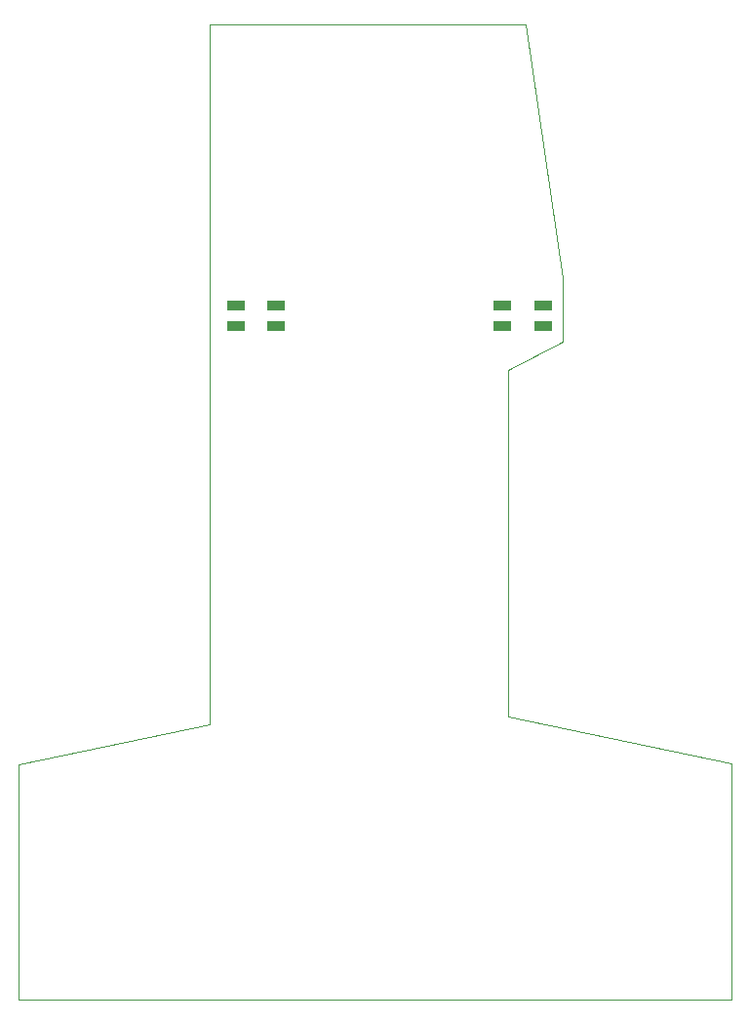
<source format=gtp>
G04 #@! TF.GenerationSoftware,KiCad,Pcbnew,9.0.2*
G04 #@! TF.CreationDate,2025-07-01T11:42:46-07:00*
G04 #@! TF.ProjectId,osu_keypad,6f73755f-6b65-4797-9061-642e6b696361,rev?*
G04 #@! TF.SameCoordinates,Original*
G04 #@! TF.FileFunction,Paste,Top*
G04 #@! TF.FilePolarity,Positive*
%FSLAX46Y46*%
G04 Gerber Fmt 4.6, Leading zero omitted, Abs format (unit mm)*
G04 Created by KiCad (PCBNEW 9.0.2) date 2025-07-01 11:42:46*
%MOMM*%
%LPD*%
G01*
G04 APERTURE LIST*
%ADD10R,1.600000X0.850000*%
G04 #@! TA.AperFunction,Profile*
%ADD11C,0.050000*%
G04 #@! TD*
G04 APERTURE END LIST*
D10*
X128975000Y-89850000D03*
X128975000Y-91600000D03*
X132475000Y-91600000D03*
X132475000Y-89850000D03*
X105796875Y-89850000D03*
X105796875Y-91600000D03*
X109296875Y-91600000D03*
X109296875Y-89850000D03*
D11*
X129425000Y-95405000D02*
X134165000Y-92945000D01*
X103584375Y-65484375D02*
X103584375Y-126206250D01*
X129435000Y-125465000D02*
X129425000Y-95405000D01*
X86915625Y-150018750D02*
X148828125Y-150018750D01*
X134165000Y-87495000D02*
X130968750Y-65484375D01*
X86925000Y-129625000D02*
X103584375Y-126206250D01*
X148828125Y-150018750D02*
X148828125Y-129525000D01*
X86915625Y-150018750D02*
X86925000Y-129625000D01*
X134165000Y-92945000D02*
X134165000Y-87495000D01*
X130968750Y-65484375D02*
X103584375Y-65484375D01*
X148828125Y-129525000D02*
X129435000Y-125465000D01*
M02*

</source>
